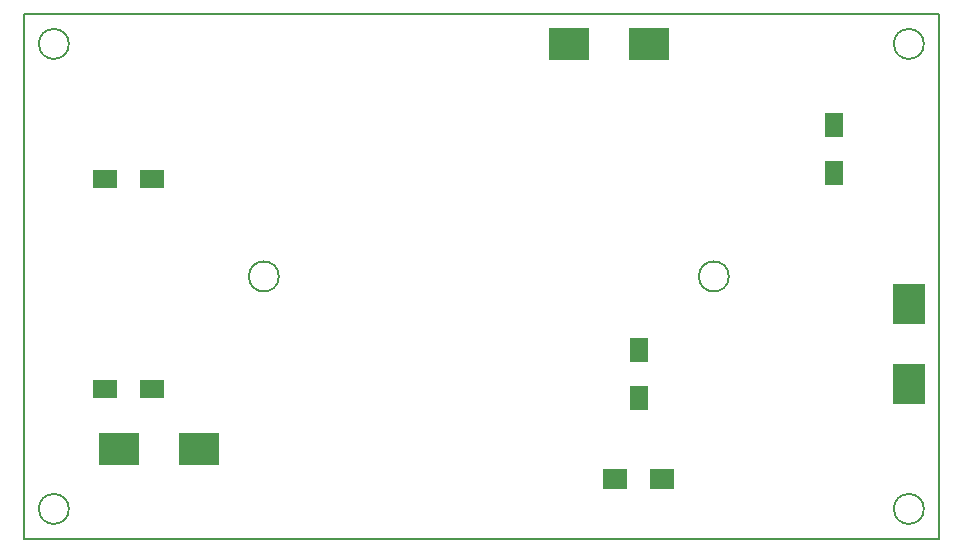
<source format=gbr>
%TF.GenerationSoftware,KiCad,Pcbnew,4.0.7*%
%TF.CreationDate,2018-04-11T16:25:57+03:00*%
%TF.ProjectId,radar_01,72616461725F30312E6B696361645F70,rev?*%
%TF.FileFunction,Paste,Bot*%
%FSLAX46Y46*%
G04 Gerber Fmt 4.6, Leading zero omitted, Abs format (unit mm)*
G04 Created by KiCad (PCBNEW 4.0.7) date 04/11/18 16:25:57*
%MOMM*%
%LPD*%
G01*
G04 APERTURE LIST*
%ADD10C,0.100000*%
%ADD11C,0.150000*%
%ADD12R,2.000000X1.600000*%
%ADD13R,1.600000X2.000000*%
%ADD14R,2.000000X1.700000*%
%ADD15R,3.500000X2.700000*%
%ADD16R,2.700000X3.500000*%
G04 APERTURE END LIST*
D10*
D11*
X152400000Y-54610000D02*
X227330000Y-54610000D01*
X227330000Y-99060000D02*
X152400000Y-99060000D01*
X152400000Y-99060000D02*
X152400000Y-54610000D01*
X229870000Y-99060000D02*
X227330000Y-99060000D01*
X229870000Y-54610000D02*
X229870000Y-99060000D01*
X227330000Y-54610000D02*
X229870000Y-54610000D01*
X173990000Y-76835000D02*
G75*
G03X173990000Y-76835000I-1270000J0D01*
G01*
X212090000Y-76835000D02*
G75*
G03X212090000Y-76835000I-1270000J0D01*
G01*
X156210000Y-96520000D02*
G75*
G03X156210000Y-96520000I-1270000J0D01*
G01*
X156210000Y-57150000D02*
G75*
G03X156210000Y-57150000I-1270000J0D01*
G01*
X228600000Y-96520000D02*
G75*
G03X228600000Y-96520000I-1270000J0D01*
G01*
X228600000Y-57150000D02*
G75*
G03X228600000Y-57150000I-1270000J0D01*
G01*
D12*
X163290000Y-86360000D03*
X159290000Y-86360000D03*
D13*
X204470000Y-87090000D03*
X204470000Y-83090000D03*
D12*
X163290000Y-68580000D03*
X159290000Y-68580000D03*
D13*
X220980000Y-68040000D03*
X220980000Y-64040000D03*
D14*
X206470000Y-93980000D03*
X202470000Y-93980000D03*
D15*
X167230000Y-91440000D03*
X160430000Y-91440000D03*
D16*
X227330000Y-79150000D03*
X227330000Y-85950000D03*
D15*
X205330000Y-57150000D03*
X198530000Y-57150000D03*
M02*

</source>
